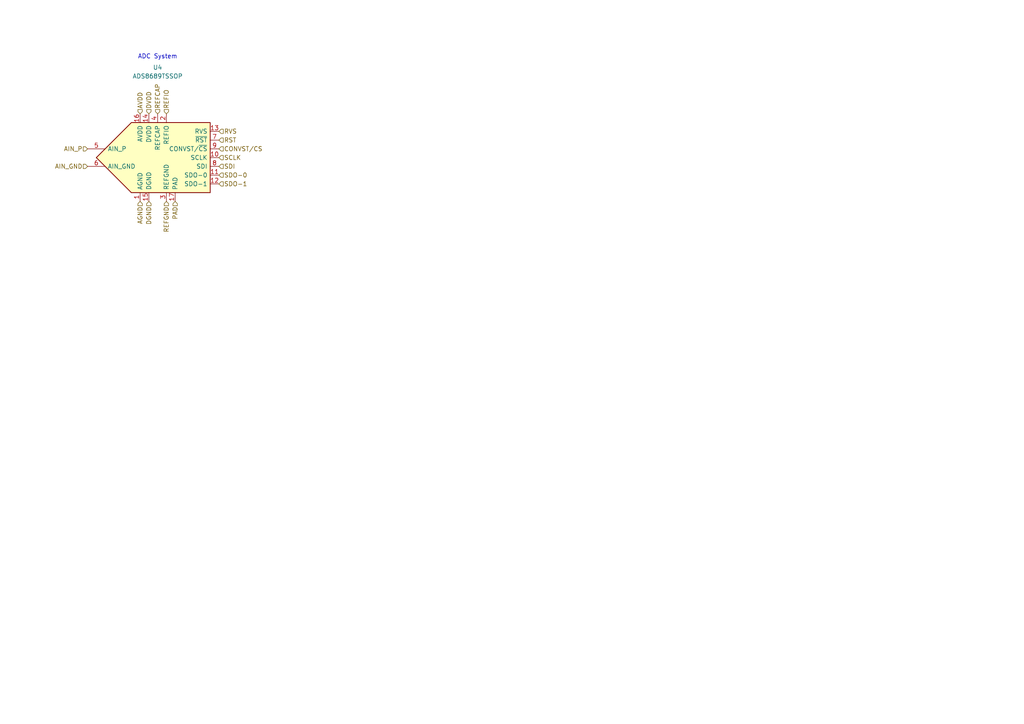
<source format=kicad_sch>
(kicad_sch (version 20250114) (generator "eeschema") (generator_version "9.0")
  (paper "A4")
  (title_block (title "Low Voltage Sensor") (date "08-22-25") (rev "0.1") (company "UTA FSAE") (comment 1 "Project Contributors: Marcus, Ali"))
  (lib_symbols
    (symbol "LV-Sensor-Lib:ADS8689TSSOP" (pin_names (offset 0.762))
      (property "Reference" "U" (at 6.35 13.97 0))
      (property "Value" "ADS8689TSSOP" (at 6.35 11.43 0))
      (symbol "ADS8689TSSOP_0_1"
        (polyline (pts (xy -5.08 10.16) (xy 17.78 10.16) (xy 17.78 -10.16) (xy -5.08 -10.16) (xy -15.24 0) (xy -5.08 10.16)) (stroke (width 0.254)) (fill (type background)))
      )
      (symbol "ADS8689TSSOP_1_1"
        (pin input line (at -17.78 2.54 0) (length 5.08) (name "AIN_P") (number "5"))
        (pin input line (at -17.78 -2.54 0) (length 5.08) (name "AIN_GND") (number "6"))
        (pin power_in line (at -2.54 12.7 270) (length 2.54) (name "AVDD") (number "16"))
        (pin power_in line (at -2.54 -12.7 90) (length 2.54) (name "AGND") (number "1"))
        (pin power_in line (at 0 12.7 270) (length 2.54) (name "DVDD") (number "14"))
        (pin power_in line (at 0 -12.7 90) (length 2.54) (name "DGND") (number "15"))
        (pin power_in line (at 2.54 12.7 270) (length 2.54) (name "REFCAP") (number "4"))
        (pin passive line (at 5.08 12.7 270) (length 2.54) (name "REFIO") (number "2"))
        (pin power_in line (at 5.08 -12.7 90) (length 2.54) (name "REFGND") (number "3"))
        (pin power_in line (at 7.62 -12.7 90) (length 2.54) (name "PAD") (number "17"))
        (pin output line (at 20.32 7.62 180) (length 2.54) (name "RVS") (number "13"))
        (pin input line (at 20.32 5.08 180) (length 2.54) (name "~{RST}") (number "7"))
        (pin input line (at 20.32 2.54 180) (length 2.54) (name "CONVST/~{CS}") (number "9"))
        (pin input line (at 20.32 0 180) (length 2.54) (name "SCLK") (number "10"))
        (pin input line (at 20.32 -2.54 180) (length 2.54) (name "SDI") (number "8"))
        (pin tri_state line (at 20.32 -5.08 180) (length 2.54) (name "SDO-0") (number "11"))
        (pin tri_state line (at 20.32 -7.62 180) (length 2.54) (name "SDO-1") (number "12"))
      )
    )
  )
  (text "ADC System" (at 45.72 16.51 0) (effects (font (size 1.27 1.27))))
  (hierarchical_label "REFCAP" (shape input) (at 45.72 33.02 90))
  (hierarchical_label "REFIO" (shape input) (at 48.26 33.02 90))
  (hierarchical_label "AIN_P" (shape input) (at 25.4 43.18 180))
  (hierarchical_label "SDI" (shape input) (at 63.5 48.26 0))
  (hierarchical_label "AGND" (shape input) (at 40.64 58.42 270))
  (hierarchical_label "SDO-0" (shape input) (at 63.5 50.8 0))
  (hierarchical_label "SDO-1" (shape input) (at 63.5 53.34 0))
  (hierarchical_label "PAD" (shape input) (at 50.8 58.42 270))
  (hierarchical_label "RVS" (shape input) (at 63.5 38.1 0))
  (hierarchical_label "SCLK" (shape input) (at 63.5 45.72 0))
  (hierarchical_label "REFGND" (shape input) (at 48.26 58.42 270))
  (hierarchical_label "RST" (shape input) (at 63.5 40.64 0))
  (hierarchical_label "DVDD" (shape input) (at 43.18 33.02 90))
  (hierarchical_label "AVDD" (shape input) (at 40.64 33.02 90))
  (hierarchical_label "DGND" (shape input) (at 43.18 58.42 270))
  (hierarchical_label "CONVST{slash}CS" (shape input) (at 63.5 43.18 0))
  (hierarchical_label "AIN_GND" (shape input) (at 25.4 48.26 180))
  (symbol (lib_id "LV-Sensor-Lib:ADS8689TSSOP") (at 43.18 45.72 0) (unit 1)
    (property "Reference" "U4" (at 45.72 19.558 0))
    (property "Value" "ADS8689TSSOP" (at 45.72 22.098 0))
    (property "Footprint" "Package_DFN_QFN:QFN-16-1EP_4x4mm_P0.65mm_EP2.7x2.7mm" (effects (hide yes)))
    (property "Datasheet" "???" (effects (hide yes)))
    (property "Description" "16-Bit, High-Speed, Single-Supply, SAR ADC Data Acquisition System with Programmable, Bipolar Input Ranges, 1MSPS, QFN-16" (effects (hide yes)))
    (property "mouser" "i dunno" (effects (hide yes)))
    (property "specs" "SPI, 1 Channel, 16 bit Res, Sample Rate 100 kS/s, Singl-Ended,Signal to Noise 92 dB, Power Consumption 21 mW. -40C-125C" (effects (hide yes)))
    (property "unit 10x" "dunno" (effects (hide yes)))
  )
)
</source>
